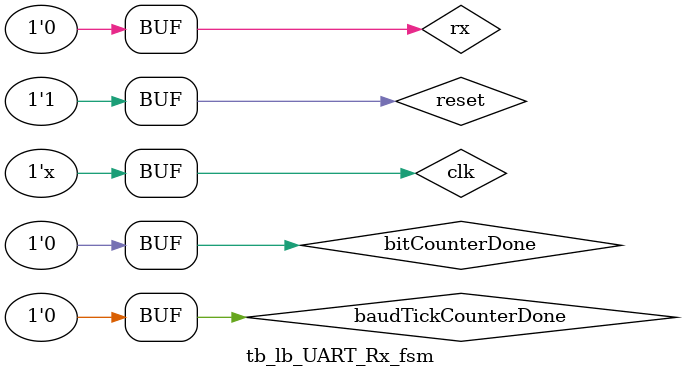
<source format=v>
`timescale 1ps / 1fs


module tb_lb_UART_Rx_fsm;

	// Inputs
	reg clk;
	reg reset;
	reg baudTickCounterDone;
	reg bitCounterDone;
	reg rx;

	// Outputs
	wire done;
	wire shift;
	wire half_n_complete;
	wire incNumBits;
	wire resetBaudTickCounter;
	wire resetNumBitsCounter;

	// Instantiate the Unit Under Test (UUT)
	lb_UART_Rx_fsm uut (
		.clk(clk), 
		.reset(reset),  
		.baudTickCounterDone(baudTickCounterDone), 
		.bitCounterDone(bitCounterDone), 
		.rx(rx), 
		.done(done), 
		.shift(shift), 
		.half_n_complete(half_n_complete), 
		.incNumBits(incNumBits), 
		.resetBaudTickCounter(resetBaudTickCounter), 
		.resetNumBitsCounter(resetNumBitsCounter)
	);
	
	always 
		#5 clk = ~clk;
		
	initial begin
		// Initialize Inputs
		clk = 0;
		reset = 0;
		baudTickCounterDone = 0;
		bitCounterDone = 0;
		rx = 0;
		
		#15;
		reset = 1;
		#60;
		
		
		// Wait 100 ns for global reset to finish
		#100000;
        
		// Add stimulus here

	end
      
endmodule


</source>
